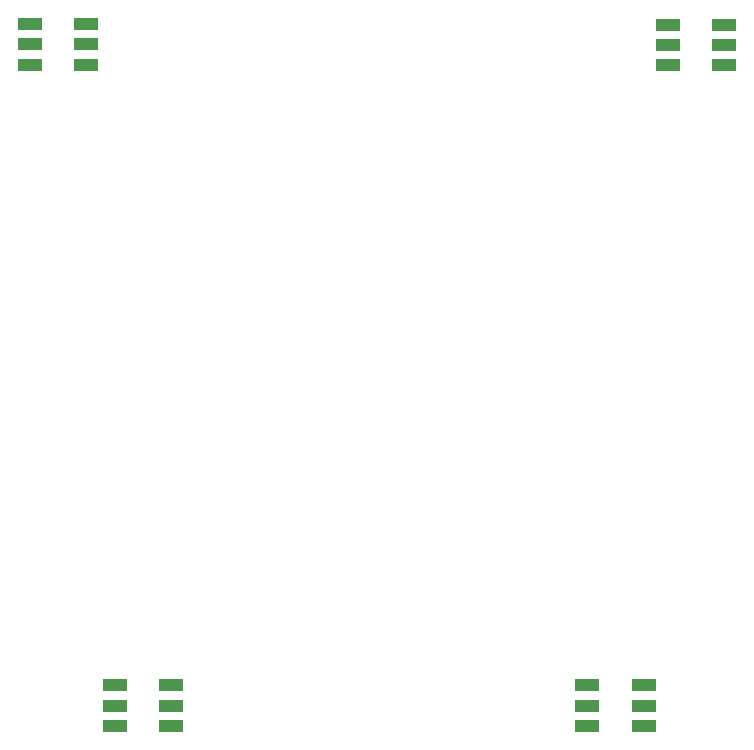
<source format=gbr>
%TF.GenerationSoftware,KiCad,Pcbnew,(6.0.10)*%
%TF.CreationDate,2023-03-17T10:19:52+01:00*%
%TF.ProjectId,MacroBoard_16keys,4d616372-6f42-46f6-9172-645f31366b65,rev?*%
%TF.SameCoordinates,Original*%
%TF.FileFunction,Paste,Bot*%
%TF.FilePolarity,Positive*%
%FSLAX46Y46*%
G04 Gerber Fmt 4.6, Leading zero omitted, Abs format (unit mm)*
G04 Created by KiCad (PCBNEW (6.0.10)) date 2023-03-17 10:19:52*
%MOMM*%
%LPD*%
G01*
G04 APERTURE LIST*
%ADD10R,2.000000X1.100000*%
G04 APERTURE END LIST*
D10*
%TO.C,D1*%
X169300000Y-45500000D03*
X169300000Y-47200000D03*
X169300000Y-48900000D03*
X164500000Y-48900000D03*
X164500000Y-47200000D03*
X164500000Y-45500000D03*
%TD*%
%TO.C,D2*%
X162475000Y-101425000D03*
X162475000Y-103125000D03*
X162475000Y-104825000D03*
X157675000Y-104825000D03*
X157675000Y-103125000D03*
X157675000Y-101425000D03*
%TD*%
%TO.C,D3*%
X122475000Y-101425000D03*
X122475000Y-103125000D03*
X122475000Y-104825000D03*
X117675000Y-104825000D03*
X117675000Y-103125000D03*
X117675000Y-101425000D03*
%TD*%
%TO.C,D4*%
X115300000Y-45450000D03*
X115300000Y-47150000D03*
X115300000Y-48850000D03*
X110500000Y-48850000D03*
X110500000Y-47150000D03*
X110500000Y-45450000D03*
%TD*%
M02*

</source>
